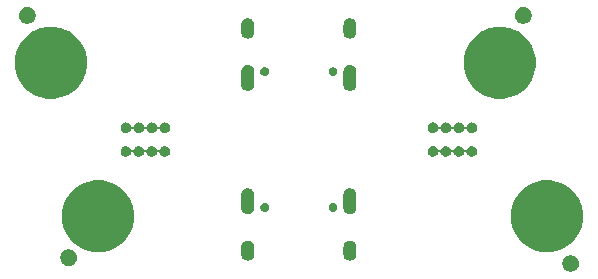
<source format=gbr>
G04 #@! TF.GenerationSoftware,KiCad,Pcbnew,(5.1.4)-1*
G04 #@! TF.CreationDate,2021-01-01T05:19:50-08:00*
G04 #@! TF.ProjectId,dboard,64626f61-7264-42e6-9b69-6361645f7063,rev?*
G04 #@! TF.SameCoordinates,Original*
G04 #@! TF.FileFunction,Soldermask,Top*
G04 #@! TF.FilePolarity,Negative*
%FSLAX46Y46*%
G04 Gerber Fmt 4.6, Leading zero omitted, Abs format (unit mm)*
G04 Created by KiCad (PCBNEW (5.1.4)-1) date 2021-01-01 05:19:50*
%MOMM*%
%LPD*%
G04 APERTURE LIST*
%ADD10C,0.100000*%
G04 APERTURE END LIST*
D10*
G36*
X23204473Y-21825938D02*
G01*
X23332049Y-21878782D01*
X23446859Y-21955495D01*
X23544505Y-22053141D01*
X23621218Y-22167951D01*
X23674062Y-22295527D01*
X23701000Y-22430956D01*
X23701000Y-22569044D01*
X23674062Y-22704473D01*
X23621218Y-22832049D01*
X23544505Y-22946859D01*
X23446859Y-23044505D01*
X23332049Y-23121218D01*
X23204473Y-23174062D01*
X23069044Y-23201000D01*
X22930956Y-23201000D01*
X22795527Y-23174062D01*
X22667951Y-23121218D01*
X22553141Y-23044505D01*
X22455495Y-22946859D01*
X22378782Y-22832049D01*
X22325938Y-22704473D01*
X22299000Y-22569044D01*
X22299000Y-22430956D01*
X22325938Y-22295527D01*
X22378782Y-22167951D01*
X22455495Y-22053141D01*
X22553141Y-21955495D01*
X22667951Y-21878782D01*
X22795527Y-21825938D01*
X22930956Y-21799000D01*
X23069044Y-21799000D01*
X23204473Y-21825938D01*
X23204473Y-21825938D01*
G37*
G36*
X-19295527Y-21325938D02*
G01*
X-19167951Y-21378782D01*
X-19053141Y-21455495D01*
X-18955495Y-21553141D01*
X-18878782Y-21667951D01*
X-18825938Y-21795527D01*
X-18799000Y-21930956D01*
X-18799000Y-22069044D01*
X-18825938Y-22204473D01*
X-18878782Y-22332049D01*
X-18955495Y-22446859D01*
X-19053141Y-22544505D01*
X-19167951Y-22621218D01*
X-19295527Y-22674062D01*
X-19430956Y-22701000D01*
X-19569044Y-22701000D01*
X-19704473Y-22674062D01*
X-19832049Y-22621218D01*
X-19946859Y-22544505D01*
X-20044505Y-22446859D01*
X-20121218Y-22332049D01*
X-20174062Y-22204473D01*
X-20201000Y-22069044D01*
X-20201000Y-21930956D01*
X-20174062Y-21795527D01*
X-20121218Y-21667951D01*
X-20044505Y-21553141D01*
X-19946859Y-21455495D01*
X-19832049Y-21378782D01*
X-19704473Y-21325938D01*
X-19569044Y-21299000D01*
X-19430956Y-21299000D01*
X-19295527Y-21325938D01*
X-19295527Y-21325938D01*
G37*
G36*
X-4211985Y-20556973D02*
G01*
X-4108121Y-20588479D01*
X-4080945Y-20603005D01*
X-4012400Y-20639643D01*
X-3928499Y-20708499D01*
X-3859643Y-20792400D01*
X-3831838Y-20844420D01*
X-3808479Y-20888121D01*
X-3776973Y-20991985D01*
X-3769000Y-21072933D01*
X-3769000Y-21727067D01*
X-3776973Y-21808015D01*
X-3808479Y-21911879D01*
X-3859644Y-22007600D01*
X-3928499Y-22091501D01*
X-3997355Y-22148009D01*
X-4012401Y-22160357D01*
X-4064093Y-22187987D01*
X-4108122Y-22211521D01*
X-4211986Y-22243027D01*
X-4320000Y-22253666D01*
X-4428015Y-22243027D01*
X-4531879Y-22211521D01*
X-4575907Y-22187987D01*
X-4627599Y-22160357D01*
X-4640357Y-22149887D01*
X-4711501Y-22091501D01*
X-4780356Y-22007600D01*
X-4831521Y-21911878D01*
X-4863027Y-21808014D01*
X-4871000Y-21727066D01*
X-4871000Y-21072933D01*
X-4863027Y-20991985D01*
X-4831520Y-20888121D01*
X-4808161Y-20844420D01*
X-4780355Y-20792399D01*
X-4711500Y-20708499D01*
X-4627599Y-20639643D01*
X-4559054Y-20603005D01*
X-4531878Y-20588479D01*
X-4428014Y-20556973D01*
X-4320000Y-20546334D01*
X-4211985Y-20556973D01*
X-4211985Y-20556973D01*
G37*
G36*
X4428015Y-20556973D02*
G01*
X4531879Y-20588479D01*
X4559055Y-20603005D01*
X4627600Y-20639643D01*
X4711501Y-20708499D01*
X4780357Y-20792400D01*
X4808162Y-20844420D01*
X4831521Y-20888121D01*
X4863027Y-20991985D01*
X4871000Y-21072933D01*
X4871000Y-21727067D01*
X4863027Y-21808015D01*
X4831521Y-21911879D01*
X4780356Y-22007600D01*
X4711501Y-22091501D01*
X4642645Y-22148009D01*
X4627599Y-22160357D01*
X4575907Y-22187987D01*
X4531878Y-22211521D01*
X4428014Y-22243027D01*
X4320000Y-22253666D01*
X4211985Y-22243027D01*
X4108121Y-22211521D01*
X4064093Y-22187987D01*
X4012401Y-22160357D01*
X3999643Y-22149887D01*
X3928499Y-22091501D01*
X3859644Y-22007600D01*
X3808479Y-21911878D01*
X3776973Y-21808014D01*
X3769000Y-21727066D01*
X3769000Y-21072933D01*
X3776973Y-20991985D01*
X3808480Y-20888121D01*
X3831839Y-20844420D01*
X3859645Y-20792399D01*
X3928500Y-20708499D01*
X4012401Y-20639643D01*
X4080946Y-20603005D01*
X4108122Y-20588479D01*
X4211986Y-20556973D01*
X4320000Y-20546334D01*
X4428015Y-20556973D01*
X4428015Y-20556973D01*
G37*
G36*
X21889943Y-15566248D02*
G01*
X22445189Y-15796238D01*
X22525179Y-15849686D01*
X22944899Y-16130134D01*
X23369866Y-16555101D01*
X23439974Y-16660025D01*
X23703762Y-17054811D01*
X23933752Y-17610057D01*
X24051000Y-18199501D01*
X24051000Y-18800499D01*
X23933752Y-19389943D01*
X23703762Y-19945189D01*
X23703761Y-19945190D01*
X23369866Y-20444899D01*
X22944899Y-20869866D01*
X22693347Y-21037948D01*
X22445189Y-21203762D01*
X21889943Y-21433752D01*
X21300499Y-21551000D01*
X20699501Y-21551000D01*
X20110057Y-21433752D01*
X19554811Y-21203762D01*
X19306653Y-21037948D01*
X19055101Y-20869866D01*
X18630134Y-20444899D01*
X18296239Y-19945190D01*
X18296238Y-19945189D01*
X18066248Y-19389943D01*
X17949000Y-18800499D01*
X17949000Y-18199501D01*
X18066248Y-17610057D01*
X18296238Y-17054811D01*
X18560026Y-16660025D01*
X18630134Y-16555101D01*
X19055101Y-16130134D01*
X19474821Y-15849686D01*
X19554811Y-15796238D01*
X20110057Y-15566248D01*
X20699501Y-15449000D01*
X21300499Y-15449000D01*
X21889943Y-15566248D01*
X21889943Y-15566248D01*
G37*
G36*
X-16110057Y-15566248D02*
G01*
X-15554811Y-15796238D01*
X-15474821Y-15849686D01*
X-15055101Y-16130134D01*
X-14630134Y-16555101D01*
X-14560026Y-16660025D01*
X-14296238Y-17054811D01*
X-14066248Y-17610057D01*
X-13949000Y-18199501D01*
X-13949000Y-18800499D01*
X-14066248Y-19389943D01*
X-14296238Y-19945189D01*
X-14296239Y-19945190D01*
X-14630134Y-20444899D01*
X-15055101Y-20869866D01*
X-15306653Y-21037948D01*
X-15554811Y-21203762D01*
X-16110057Y-21433752D01*
X-16699501Y-21551000D01*
X-17300499Y-21551000D01*
X-17889943Y-21433752D01*
X-18445189Y-21203762D01*
X-18693347Y-21037948D01*
X-18944899Y-20869866D01*
X-19369866Y-20444899D01*
X-19703761Y-19945190D01*
X-19703762Y-19945189D01*
X-19933752Y-19389943D01*
X-20051000Y-18800499D01*
X-20051000Y-18199501D01*
X-19933752Y-17610057D01*
X-19703762Y-17054811D01*
X-19439974Y-16660025D01*
X-19369866Y-16555101D01*
X-18944899Y-16130134D01*
X-18525179Y-15849686D01*
X-18445189Y-15796238D01*
X-17889943Y-15566248D01*
X-17300499Y-15449000D01*
X-16699501Y-15449000D01*
X-16110057Y-15566248D01*
X-16110057Y-15566248D01*
G37*
G36*
X4428015Y-16126973D02*
G01*
X4531879Y-16158479D01*
X4559055Y-16173005D01*
X4627600Y-16209643D01*
X4711501Y-16278499D01*
X4780357Y-16362400D01*
X4807739Y-16413629D01*
X4831521Y-16458121D01*
X4863027Y-16561985D01*
X4871000Y-16642933D01*
X4871000Y-17797067D01*
X4863027Y-17878015D01*
X4831521Y-17981879D01*
X4827348Y-17989686D01*
X4795644Y-18049000D01*
X4780356Y-18077600D01*
X4711501Y-18161501D01*
X4665197Y-18199501D01*
X4627599Y-18230357D01*
X4575907Y-18257987D01*
X4531878Y-18281521D01*
X4428014Y-18313027D01*
X4320000Y-18323666D01*
X4211985Y-18313027D01*
X4108121Y-18281521D01*
X4064093Y-18257987D01*
X4012401Y-18230357D01*
X3990647Y-18212504D01*
X3928499Y-18161501D01*
X3859644Y-18077600D01*
X3808479Y-17981878D01*
X3776973Y-17878014D01*
X3769000Y-17797066D01*
X3769001Y-16642933D01*
X3776974Y-16561985D01*
X3808480Y-16458121D01*
X3832262Y-16413629D01*
X3859644Y-16362400D01*
X3928500Y-16278499D01*
X4012401Y-16209643D01*
X4080946Y-16173005D01*
X4108122Y-16158479D01*
X4211986Y-16126973D01*
X4320000Y-16116334D01*
X4428015Y-16126973D01*
X4428015Y-16126973D01*
G37*
G36*
X-4211985Y-16126973D02*
G01*
X-4108121Y-16158479D01*
X-4080945Y-16173005D01*
X-4012400Y-16209643D01*
X-3928499Y-16278499D01*
X-3859643Y-16362400D01*
X-3832261Y-16413629D01*
X-3808479Y-16458121D01*
X-3776973Y-16561985D01*
X-3769000Y-16642933D01*
X-3769000Y-17797067D01*
X-3776973Y-17878015D01*
X-3808479Y-17981879D01*
X-3812652Y-17989686D01*
X-3844356Y-18049000D01*
X-3859644Y-18077600D01*
X-3928499Y-18161501D01*
X-3974803Y-18199501D01*
X-4012401Y-18230357D01*
X-4064093Y-18257987D01*
X-4108122Y-18281521D01*
X-4211986Y-18313027D01*
X-4320000Y-18323666D01*
X-4428015Y-18313027D01*
X-4531879Y-18281521D01*
X-4575907Y-18257987D01*
X-4627599Y-18230357D01*
X-4649353Y-18212504D01*
X-4711501Y-18161501D01*
X-4780356Y-18077600D01*
X-4831521Y-17981878D01*
X-4863027Y-17878014D01*
X-4871000Y-17797066D01*
X-4870999Y-16642933D01*
X-4863026Y-16561985D01*
X-4831520Y-16458121D01*
X-4807738Y-16413629D01*
X-4780356Y-16362400D01*
X-4711500Y-16278499D01*
X-4627599Y-16209643D01*
X-4559054Y-16173005D01*
X-4531878Y-16158479D01*
X-4428014Y-16126973D01*
X-4320000Y-16116334D01*
X-4211985Y-16126973D01*
X-4211985Y-16126973D01*
G37*
G36*
X2999672Y-17388449D02*
G01*
X2999674Y-17388450D01*
X2999675Y-17388450D01*
X3068103Y-17416793D01*
X3129686Y-17457942D01*
X3182058Y-17510314D01*
X3223207Y-17571897D01*
X3251550Y-17640325D01*
X3251551Y-17640328D01*
X3266000Y-17712966D01*
X3266000Y-17787034D01*
X3264006Y-17797060D01*
X3251550Y-17859675D01*
X3223207Y-17928103D01*
X3182058Y-17989686D01*
X3129686Y-18042058D01*
X3068103Y-18083207D01*
X2999675Y-18111550D01*
X2999674Y-18111550D01*
X2999672Y-18111551D01*
X2927034Y-18126000D01*
X2852966Y-18126000D01*
X2780328Y-18111551D01*
X2780326Y-18111550D01*
X2780325Y-18111550D01*
X2711897Y-18083207D01*
X2650314Y-18042058D01*
X2597942Y-17989686D01*
X2556793Y-17928103D01*
X2528450Y-17859675D01*
X2515995Y-17797060D01*
X2514000Y-17787034D01*
X2514000Y-17712966D01*
X2528449Y-17640328D01*
X2528450Y-17640325D01*
X2556793Y-17571897D01*
X2597942Y-17510314D01*
X2650314Y-17457942D01*
X2711897Y-17416793D01*
X2780325Y-17388450D01*
X2780326Y-17388450D01*
X2780328Y-17388449D01*
X2852966Y-17374000D01*
X2927034Y-17374000D01*
X2999672Y-17388449D01*
X2999672Y-17388449D01*
G37*
G36*
X-2780328Y-17388449D02*
G01*
X-2780326Y-17388450D01*
X-2780325Y-17388450D01*
X-2711897Y-17416793D01*
X-2650314Y-17457942D01*
X-2597942Y-17510314D01*
X-2556793Y-17571897D01*
X-2528450Y-17640325D01*
X-2528449Y-17640328D01*
X-2514000Y-17712966D01*
X-2514000Y-17787034D01*
X-2515994Y-17797060D01*
X-2528450Y-17859675D01*
X-2556793Y-17928103D01*
X-2597942Y-17989686D01*
X-2650314Y-18042058D01*
X-2711897Y-18083207D01*
X-2780325Y-18111550D01*
X-2780326Y-18111550D01*
X-2780328Y-18111551D01*
X-2852966Y-18126000D01*
X-2927034Y-18126000D01*
X-2999672Y-18111551D01*
X-2999674Y-18111550D01*
X-2999675Y-18111550D01*
X-3068103Y-18083207D01*
X-3129686Y-18042058D01*
X-3182058Y-17989686D01*
X-3223207Y-17928103D01*
X-3251550Y-17859675D01*
X-3264005Y-17797060D01*
X-3266000Y-17787034D01*
X-3266000Y-17712966D01*
X-3251551Y-17640328D01*
X-3251550Y-17640325D01*
X-3223207Y-17571897D01*
X-3182058Y-17510314D01*
X-3129686Y-17457942D01*
X-3068103Y-17416793D01*
X-2999675Y-17388450D01*
X-2999674Y-17388450D01*
X-2999672Y-17388449D01*
X-2927034Y-17374000D01*
X-2852966Y-17374000D01*
X-2780328Y-17388449D01*
X-2780328Y-17388449D01*
G37*
G36*
X11481552Y-12566331D02*
G01*
X11563627Y-12600328D01*
X11563629Y-12600329D01*
X11600813Y-12625175D01*
X11637495Y-12649685D01*
X11700315Y-12712505D01*
X11749672Y-12786373D01*
X11784516Y-12870493D01*
X11796067Y-12892104D01*
X11811613Y-12911046D01*
X11830555Y-12926591D01*
X11852165Y-12938142D01*
X11875614Y-12945255D01*
X11900000Y-12947657D01*
X11924386Y-12945255D01*
X11947835Y-12938142D01*
X11969446Y-12926591D01*
X11988388Y-12911045D01*
X12003933Y-12892103D01*
X12015484Y-12870493D01*
X12050328Y-12786373D01*
X12099685Y-12712505D01*
X12162505Y-12649685D01*
X12199187Y-12625175D01*
X12236371Y-12600329D01*
X12236373Y-12600328D01*
X12318448Y-12566331D01*
X12405579Y-12549000D01*
X12494421Y-12549000D01*
X12581552Y-12566331D01*
X12663627Y-12600328D01*
X12663629Y-12600329D01*
X12700813Y-12625175D01*
X12737495Y-12649685D01*
X12800315Y-12712505D01*
X12849672Y-12786373D01*
X12884516Y-12870493D01*
X12896067Y-12892104D01*
X12911613Y-12911046D01*
X12930555Y-12926591D01*
X12952165Y-12938142D01*
X12975614Y-12945255D01*
X13000000Y-12947657D01*
X13024386Y-12945255D01*
X13047835Y-12938142D01*
X13069446Y-12926591D01*
X13088388Y-12911045D01*
X13103933Y-12892103D01*
X13115484Y-12870493D01*
X13150328Y-12786373D01*
X13199685Y-12712505D01*
X13262505Y-12649685D01*
X13299187Y-12625175D01*
X13336371Y-12600329D01*
X13336373Y-12600328D01*
X13418448Y-12566331D01*
X13505579Y-12549000D01*
X13594421Y-12549000D01*
X13681552Y-12566331D01*
X13763627Y-12600328D01*
X13763629Y-12600329D01*
X13800813Y-12625175D01*
X13837495Y-12649685D01*
X13900315Y-12712505D01*
X13949672Y-12786373D01*
X13984516Y-12870493D01*
X13996067Y-12892104D01*
X14011613Y-12911046D01*
X14030555Y-12926591D01*
X14052165Y-12938142D01*
X14075614Y-12945255D01*
X14100000Y-12947657D01*
X14124386Y-12945255D01*
X14147835Y-12938142D01*
X14169446Y-12926591D01*
X14188388Y-12911045D01*
X14203933Y-12892103D01*
X14215484Y-12870493D01*
X14250328Y-12786373D01*
X14299685Y-12712505D01*
X14362505Y-12649685D01*
X14399187Y-12625175D01*
X14436371Y-12600329D01*
X14436373Y-12600328D01*
X14518448Y-12566331D01*
X14605579Y-12549000D01*
X14694421Y-12549000D01*
X14781552Y-12566331D01*
X14863627Y-12600328D01*
X14863629Y-12600329D01*
X14900813Y-12625175D01*
X14937495Y-12649685D01*
X15000315Y-12712505D01*
X15049672Y-12786373D01*
X15083669Y-12868448D01*
X15101000Y-12955579D01*
X15101000Y-13044421D01*
X15083669Y-13131552D01*
X15049672Y-13213627D01*
X15049671Y-13213629D01*
X15000314Y-13287496D01*
X14937496Y-13350314D01*
X14863629Y-13399671D01*
X14863628Y-13399672D01*
X14863627Y-13399672D01*
X14781552Y-13433669D01*
X14694421Y-13451000D01*
X14605579Y-13451000D01*
X14518448Y-13433669D01*
X14436373Y-13399672D01*
X14436372Y-13399672D01*
X14436371Y-13399671D01*
X14362504Y-13350314D01*
X14299686Y-13287496D01*
X14250329Y-13213629D01*
X14250328Y-13213627D01*
X14215484Y-13129507D01*
X14203933Y-13107896D01*
X14188387Y-13088954D01*
X14169445Y-13073409D01*
X14147835Y-13061858D01*
X14124386Y-13054745D01*
X14100000Y-13052343D01*
X14075614Y-13054745D01*
X14052165Y-13061858D01*
X14030554Y-13073409D01*
X14011612Y-13088955D01*
X13996067Y-13107897D01*
X13984516Y-13129507D01*
X13949672Y-13213627D01*
X13949671Y-13213629D01*
X13900314Y-13287496D01*
X13837496Y-13350314D01*
X13763629Y-13399671D01*
X13763628Y-13399672D01*
X13763627Y-13399672D01*
X13681552Y-13433669D01*
X13594421Y-13451000D01*
X13505579Y-13451000D01*
X13418448Y-13433669D01*
X13336373Y-13399672D01*
X13336372Y-13399672D01*
X13336371Y-13399671D01*
X13262504Y-13350314D01*
X13199686Y-13287496D01*
X13150329Y-13213629D01*
X13150328Y-13213627D01*
X13115484Y-13129507D01*
X13103933Y-13107896D01*
X13088387Y-13088954D01*
X13069445Y-13073409D01*
X13047835Y-13061858D01*
X13024386Y-13054745D01*
X13000000Y-13052343D01*
X12975614Y-13054745D01*
X12952165Y-13061858D01*
X12930554Y-13073409D01*
X12911612Y-13088955D01*
X12896067Y-13107897D01*
X12884516Y-13129507D01*
X12849672Y-13213627D01*
X12849671Y-13213629D01*
X12800314Y-13287496D01*
X12737496Y-13350314D01*
X12663629Y-13399671D01*
X12663628Y-13399672D01*
X12663627Y-13399672D01*
X12581552Y-13433669D01*
X12494421Y-13451000D01*
X12405579Y-13451000D01*
X12318448Y-13433669D01*
X12236373Y-13399672D01*
X12236372Y-13399672D01*
X12236371Y-13399671D01*
X12162504Y-13350314D01*
X12099686Y-13287496D01*
X12050329Y-13213629D01*
X12050328Y-13213627D01*
X12015484Y-13129507D01*
X12003933Y-13107896D01*
X11988387Y-13088954D01*
X11969445Y-13073409D01*
X11947835Y-13061858D01*
X11924386Y-13054745D01*
X11900000Y-13052343D01*
X11875614Y-13054745D01*
X11852165Y-13061858D01*
X11830554Y-13073409D01*
X11811612Y-13088955D01*
X11796067Y-13107897D01*
X11784516Y-13129507D01*
X11749672Y-13213627D01*
X11749671Y-13213629D01*
X11700314Y-13287496D01*
X11637496Y-13350314D01*
X11563629Y-13399671D01*
X11563628Y-13399672D01*
X11563627Y-13399672D01*
X11481552Y-13433669D01*
X11394421Y-13451000D01*
X11305579Y-13451000D01*
X11218448Y-13433669D01*
X11136373Y-13399672D01*
X11136372Y-13399672D01*
X11136371Y-13399671D01*
X11062504Y-13350314D01*
X10999686Y-13287496D01*
X10950329Y-13213629D01*
X10950328Y-13213627D01*
X10916331Y-13131552D01*
X10899000Y-13044421D01*
X10899000Y-12955579D01*
X10916331Y-12868448D01*
X10950328Y-12786373D01*
X10999685Y-12712505D01*
X11062505Y-12649685D01*
X11099187Y-12625175D01*
X11136371Y-12600329D01*
X11136373Y-12600328D01*
X11218448Y-12566331D01*
X11305579Y-12549000D01*
X11394421Y-12549000D01*
X11481552Y-12566331D01*
X11481552Y-12566331D01*
G37*
G36*
X-14518448Y-12566331D02*
G01*
X-14436373Y-12600328D01*
X-14436371Y-12600329D01*
X-14399187Y-12625175D01*
X-14362505Y-12649685D01*
X-14299685Y-12712505D01*
X-14250328Y-12786373D01*
X-14215484Y-12870493D01*
X-14203933Y-12892104D01*
X-14188387Y-12911046D01*
X-14169445Y-12926591D01*
X-14147835Y-12938142D01*
X-14124386Y-12945255D01*
X-14100000Y-12947657D01*
X-14075614Y-12945255D01*
X-14052165Y-12938142D01*
X-14030554Y-12926591D01*
X-14011612Y-12911045D01*
X-13996067Y-12892103D01*
X-13984516Y-12870493D01*
X-13949672Y-12786373D01*
X-13900315Y-12712505D01*
X-13837495Y-12649685D01*
X-13800813Y-12625175D01*
X-13763629Y-12600329D01*
X-13763627Y-12600328D01*
X-13681552Y-12566331D01*
X-13594421Y-12549000D01*
X-13505579Y-12549000D01*
X-13418448Y-12566331D01*
X-13336373Y-12600328D01*
X-13336371Y-12600329D01*
X-13299187Y-12625175D01*
X-13262505Y-12649685D01*
X-13199685Y-12712505D01*
X-13150328Y-12786373D01*
X-13115484Y-12870493D01*
X-13103933Y-12892104D01*
X-13088387Y-12911046D01*
X-13069445Y-12926591D01*
X-13047835Y-12938142D01*
X-13024386Y-12945255D01*
X-13000000Y-12947657D01*
X-12975614Y-12945255D01*
X-12952165Y-12938142D01*
X-12930554Y-12926591D01*
X-12911612Y-12911045D01*
X-12896067Y-12892103D01*
X-12884516Y-12870493D01*
X-12849672Y-12786373D01*
X-12800315Y-12712505D01*
X-12737495Y-12649685D01*
X-12700813Y-12625175D01*
X-12663629Y-12600329D01*
X-12663627Y-12600328D01*
X-12581552Y-12566331D01*
X-12494421Y-12549000D01*
X-12405579Y-12549000D01*
X-12318448Y-12566331D01*
X-12236373Y-12600328D01*
X-12236371Y-12600329D01*
X-12199187Y-12625175D01*
X-12162505Y-12649685D01*
X-12099685Y-12712505D01*
X-12050328Y-12786373D01*
X-12015484Y-12870493D01*
X-12003933Y-12892104D01*
X-11988387Y-12911046D01*
X-11969445Y-12926591D01*
X-11947835Y-12938142D01*
X-11924386Y-12945255D01*
X-11900000Y-12947657D01*
X-11875614Y-12945255D01*
X-11852165Y-12938142D01*
X-11830554Y-12926591D01*
X-11811612Y-12911045D01*
X-11796067Y-12892103D01*
X-11784516Y-12870493D01*
X-11749672Y-12786373D01*
X-11700315Y-12712505D01*
X-11637495Y-12649685D01*
X-11600813Y-12625175D01*
X-11563629Y-12600329D01*
X-11563627Y-12600328D01*
X-11481552Y-12566331D01*
X-11394421Y-12549000D01*
X-11305579Y-12549000D01*
X-11218448Y-12566331D01*
X-11136373Y-12600328D01*
X-11136371Y-12600329D01*
X-11099187Y-12625175D01*
X-11062505Y-12649685D01*
X-10999685Y-12712505D01*
X-10950328Y-12786373D01*
X-10916331Y-12868448D01*
X-10899000Y-12955579D01*
X-10899000Y-13044421D01*
X-10916331Y-13131552D01*
X-10950328Y-13213627D01*
X-10950329Y-13213629D01*
X-10999686Y-13287496D01*
X-11062504Y-13350314D01*
X-11136371Y-13399671D01*
X-11136372Y-13399672D01*
X-11136373Y-13399672D01*
X-11218448Y-13433669D01*
X-11305579Y-13451000D01*
X-11394421Y-13451000D01*
X-11481552Y-13433669D01*
X-11563627Y-13399672D01*
X-11563628Y-13399672D01*
X-11563629Y-13399671D01*
X-11637496Y-13350314D01*
X-11700314Y-13287496D01*
X-11749671Y-13213629D01*
X-11749672Y-13213627D01*
X-11784516Y-13129507D01*
X-11796067Y-13107896D01*
X-11811613Y-13088954D01*
X-11830555Y-13073409D01*
X-11852165Y-13061858D01*
X-11875614Y-13054745D01*
X-11900000Y-13052343D01*
X-11924386Y-13054745D01*
X-11947835Y-13061858D01*
X-11969446Y-13073409D01*
X-11988388Y-13088955D01*
X-12003933Y-13107897D01*
X-12015484Y-13129507D01*
X-12050328Y-13213627D01*
X-12050329Y-13213629D01*
X-12099686Y-13287496D01*
X-12162504Y-13350314D01*
X-12236371Y-13399671D01*
X-12236372Y-13399672D01*
X-12236373Y-13399672D01*
X-12318448Y-13433669D01*
X-12405579Y-13451000D01*
X-12494421Y-13451000D01*
X-12581552Y-13433669D01*
X-12663627Y-13399672D01*
X-12663628Y-13399672D01*
X-12663629Y-13399671D01*
X-12737496Y-13350314D01*
X-12800314Y-13287496D01*
X-12849671Y-13213629D01*
X-12849672Y-13213627D01*
X-12884516Y-13129507D01*
X-12896067Y-13107896D01*
X-12911613Y-13088954D01*
X-12930555Y-13073409D01*
X-12952165Y-13061858D01*
X-12975614Y-13054745D01*
X-13000000Y-13052343D01*
X-13024386Y-13054745D01*
X-13047835Y-13061858D01*
X-13069446Y-13073409D01*
X-13088388Y-13088955D01*
X-13103933Y-13107897D01*
X-13115484Y-13129507D01*
X-13150328Y-13213627D01*
X-13150329Y-13213629D01*
X-13199686Y-13287496D01*
X-13262504Y-13350314D01*
X-13336371Y-13399671D01*
X-13336372Y-13399672D01*
X-13336373Y-13399672D01*
X-13418448Y-13433669D01*
X-13505579Y-13451000D01*
X-13594421Y-13451000D01*
X-13681552Y-13433669D01*
X-13763627Y-13399672D01*
X-13763628Y-13399672D01*
X-13763629Y-13399671D01*
X-13837496Y-13350314D01*
X-13900314Y-13287496D01*
X-13949671Y-13213629D01*
X-13949672Y-13213627D01*
X-13984516Y-13129507D01*
X-13996067Y-13107896D01*
X-14011613Y-13088954D01*
X-14030555Y-13073409D01*
X-14052165Y-13061858D01*
X-14075614Y-13054745D01*
X-14100000Y-13052343D01*
X-14124386Y-13054745D01*
X-14147835Y-13061858D01*
X-14169446Y-13073409D01*
X-14188388Y-13088955D01*
X-14203933Y-13107897D01*
X-14215484Y-13129507D01*
X-14250328Y-13213627D01*
X-14250329Y-13213629D01*
X-14299686Y-13287496D01*
X-14362504Y-13350314D01*
X-14436371Y-13399671D01*
X-14436372Y-13399672D01*
X-14436373Y-13399672D01*
X-14518448Y-13433669D01*
X-14605579Y-13451000D01*
X-14694421Y-13451000D01*
X-14781552Y-13433669D01*
X-14863627Y-13399672D01*
X-14863628Y-13399672D01*
X-14863629Y-13399671D01*
X-14937496Y-13350314D01*
X-15000314Y-13287496D01*
X-15049671Y-13213629D01*
X-15049672Y-13213627D01*
X-15083669Y-13131552D01*
X-15101000Y-13044421D01*
X-15101000Y-12955579D01*
X-15083669Y-12868448D01*
X-15049672Y-12786373D01*
X-15000315Y-12712505D01*
X-14937495Y-12649685D01*
X-14900813Y-12625175D01*
X-14863629Y-12600329D01*
X-14863627Y-12600328D01*
X-14781552Y-12566331D01*
X-14694421Y-12549000D01*
X-14605579Y-12549000D01*
X-14518448Y-12566331D01*
X-14518448Y-12566331D01*
G37*
G36*
X-14518448Y-10566331D02*
G01*
X-14436373Y-10600328D01*
X-14436371Y-10600329D01*
X-14399187Y-10625175D01*
X-14362505Y-10649685D01*
X-14299685Y-10712505D01*
X-14250328Y-10786373D01*
X-14215484Y-10870493D01*
X-14203933Y-10892104D01*
X-14188387Y-10911046D01*
X-14169445Y-10926591D01*
X-14147835Y-10938142D01*
X-14124386Y-10945255D01*
X-14100000Y-10947657D01*
X-14075614Y-10945255D01*
X-14052165Y-10938142D01*
X-14030554Y-10926591D01*
X-14011612Y-10911045D01*
X-13996067Y-10892103D01*
X-13984516Y-10870493D01*
X-13949672Y-10786373D01*
X-13900315Y-10712505D01*
X-13837495Y-10649685D01*
X-13800813Y-10625175D01*
X-13763629Y-10600329D01*
X-13763627Y-10600328D01*
X-13681552Y-10566331D01*
X-13594421Y-10549000D01*
X-13505579Y-10549000D01*
X-13418448Y-10566331D01*
X-13336373Y-10600328D01*
X-13336371Y-10600329D01*
X-13299187Y-10625175D01*
X-13262505Y-10649685D01*
X-13199685Y-10712505D01*
X-13150328Y-10786373D01*
X-13115484Y-10870493D01*
X-13103933Y-10892104D01*
X-13088387Y-10911046D01*
X-13069445Y-10926591D01*
X-13047835Y-10938142D01*
X-13024386Y-10945255D01*
X-13000000Y-10947657D01*
X-12975614Y-10945255D01*
X-12952165Y-10938142D01*
X-12930554Y-10926591D01*
X-12911612Y-10911045D01*
X-12896067Y-10892103D01*
X-12884516Y-10870493D01*
X-12849672Y-10786373D01*
X-12800315Y-10712505D01*
X-12737495Y-10649685D01*
X-12700813Y-10625175D01*
X-12663629Y-10600329D01*
X-12663627Y-10600328D01*
X-12581552Y-10566331D01*
X-12494421Y-10549000D01*
X-12405579Y-10549000D01*
X-12318448Y-10566331D01*
X-12236373Y-10600328D01*
X-12236371Y-10600329D01*
X-12199187Y-10625175D01*
X-12162505Y-10649685D01*
X-12099685Y-10712505D01*
X-12050328Y-10786373D01*
X-12015484Y-10870493D01*
X-12003933Y-10892104D01*
X-11988387Y-10911046D01*
X-11969445Y-10926591D01*
X-11947835Y-10938142D01*
X-11924386Y-10945255D01*
X-11900000Y-10947657D01*
X-11875614Y-10945255D01*
X-11852165Y-10938142D01*
X-11830554Y-10926591D01*
X-11811612Y-10911045D01*
X-11796067Y-10892103D01*
X-11784516Y-10870493D01*
X-11749672Y-10786373D01*
X-11700315Y-10712505D01*
X-11637495Y-10649685D01*
X-11600813Y-10625175D01*
X-11563629Y-10600329D01*
X-11563627Y-10600328D01*
X-11481552Y-10566331D01*
X-11394421Y-10549000D01*
X-11305579Y-10549000D01*
X-11218448Y-10566331D01*
X-11136373Y-10600328D01*
X-11136371Y-10600329D01*
X-11099187Y-10625175D01*
X-11062505Y-10649685D01*
X-10999685Y-10712505D01*
X-10950328Y-10786373D01*
X-10916331Y-10868448D01*
X-10899000Y-10955579D01*
X-10899000Y-11044421D01*
X-10916331Y-11131552D01*
X-10950328Y-11213627D01*
X-10950329Y-11213629D01*
X-10999686Y-11287496D01*
X-11062504Y-11350314D01*
X-11136371Y-11399671D01*
X-11136372Y-11399672D01*
X-11136373Y-11399672D01*
X-11218448Y-11433669D01*
X-11305579Y-11451000D01*
X-11394421Y-11451000D01*
X-11481552Y-11433669D01*
X-11563627Y-11399672D01*
X-11563628Y-11399672D01*
X-11563629Y-11399671D01*
X-11637496Y-11350314D01*
X-11700314Y-11287496D01*
X-11749671Y-11213629D01*
X-11749672Y-11213627D01*
X-11784516Y-11129507D01*
X-11796067Y-11107896D01*
X-11811613Y-11088954D01*
X-11830555Y-11073409D01*
X-11852165Y-11061858D01*
X-11875614Y-11054745D01*
X-11900000Y-11052343D01*
X-11924386Y-11054745D01*
X-11947835Y-11061858D01*
X-11969446Y-11073409D01*
X-11988388Y-11088955D01*
X-12003933Y-11107897D01*
X-12015484Y-11129507D01*
X-12050328Y-11213627D01*
X-12050329Y-11213629D01*
X-12099686Y-11287496D01*
X-12162504Y-11350314D01*
X-12236371Y-11399671D01*
X-12236372Y-11399672D01*
X-12236373Y-11399672D01*
X-12318448Y-11433669D01*
X-12405579Y-11451000D01*
X-12494421Y-11451000D01*
X-12581552Y-11433669D01*
X-12663627Y-11399672D01*
X-12663628Y-11399672D01*
X-12663629Y-11399671D01*
X-12737496Y-11350314D01*
X-12800314Y-11287496D01*
X-12849671Y-11213629D01*
X-12849672Y-11213627D01*
X-12884516Y-11129507D01*
X-12896067Y-11107896D01*
X-12911613Y-11088954D01*
X-12930555Y-11073409D01*
X-12952165Y-11061858D01*
X-12975614Y-11054745D01*
X-13000000Y-11052343D01*
X-13024386Y-11054745D01*
X-13047835Y-11061858D01*
X-13069446Y-11073409D01*
X-13088388Y-11088955D01*
X-13103933Y-11107897D01*
X-13115484Y-11129507D01*
X-13150328Y-11213627D01*
X-13150329Y-11213629D01*
X-13199686Y-11287496D01*
X-13262504Y-11350314D01*
X-13336371Y-11399671D01*
X-13336372Y-11399672D01*
X-13336373Y-11399672D01*
X-13418448Y-11433669D01*
X-13505579Y-11451000D01*
X-13594421Y-11451000D01*
X-13681552Y-11433669D01*
X-13763627Y-11399672D01*
X-13763628Y-11399672D01*
X-13763629Y-11399671D01*
X-13837496Y-11350314D01*
X-13900314Y-11287496D01*
X-13949671Y-11213629D01*
X-13949672Y-11213627D01*
X-13984516Y-11129507D01*
X-13996067Y-11107896D01*
X-14011613Y-11088954D01*
X-14030555Y-11073409D01*
X-14052165Y-11061858D01*
X-14075614Y-11054745D01*
X-14100000Y-11052343D01*
X-14124386Y-11054745D01*
X-14147835Y-11061858D01*
X-14169446Y-11073409D01*
X-14188388Y-11088955D01*
X-14203933Y-11107897D01*
X-14215484Y-11129507D01*
X-14250328Y-11213627D01*
X-14250329Y-11213629D01*
X-14299686Y-11287496D01*
X-14362504Y-11350314D01*
X-14436371Y-11399671D01*
X-14436372Y-11399672D01*
X-14436373Y-11399672D01*
X-14518448Y-11433669D01*
X-14605579Y-11451000D01*
X-14694421Y-11451000D01*
X-14781552Y-11433669D01*
X-14863627Y-11399672D01*
X-14863628Y-11399672D01*
X-14863629Y-11399671D01*
X-14937496Y-11350314D01*
X-15000314Y-11287496D01*
X-15049671Y-11213629D01*
X-15049672Y-11213627D01*
X-15083669Y-11131552D01*
X-15101000Y-11044421D01*
X-15101000Y-10955579D01*
X-15083669Y-10868448D01*
X-15049672Y-10786373D01*
X-15000315Y-10712505D01*
X-14937495Y-10649685D01*
X-14900813Y-10625175D01*
X-14863629Y-10600329D01*
X-14863627Y-10600328D01*
X-14781552Y-10566331D01*
X-14694421Y-10549000D01*
X-14605579Y-10549000D01*
X-14518448Y-10566331D01*
X-14518448Y-10566331D01*
G37*
G36*
X11481552Y-10566331D02*
G01*
X11563627Y-10600328D01*
X11563629Y-10600329D01*
X11600813Y-10625175D01*
X11637495Y-10649685D01*
X11700315Y-10712505D01*
X11749672Y-10786373D01*
X11784516Y-10870493D01*
X11796067Y-10892104D01*
X11811613Y-10911046D01*
X11830555Y-10926591D01*
X11852165Y-10938142D01*
X11875614Y-10945255D01*
X11900000Y-10947657D01*
X11924386Y-10945255D01*
X11947835Y-10938142D01*
X11969446Y-10926591D01*
X11988388Y-10911045D01*
X12003933Y-10892103D01*
X12015484Y-10870493D01*
X12050328Y-10786373D01*
X12099685Y-10712505D01*
X12162505Y-10649685D01*
X12199187Y-10625175D01*
X12236371Y-10600329D01*
X12236373Y-10600328D01*
X12318448Y-10566331D01*
X12405579Y-10549000D01*
X12494421Y-10549000D01*
X12581552Y-10566331D01*
X12663627Y-10600328D01*
X12663629Y-10600329D01*
X12700813Y-10625175D01*
X12737495Y-10649685D01*
X12800315Y-10712505D01*
X12849672Y-10786373D01*
X12884516Y-10870493D01*
X12896067Y-10892104D01*
X12911613Y-10911046D01*
X12930555Y-10926591D01*
X12952165Y-10938142D01*
X12975614Y-10945255D01*
X13000000Y-10947657D01*
X13024386Y-10945255D01*
X13047835Y-10938142D01*
X13069446Y-10926591D01*
X13088388Y-10911045D01*
X13103933Y-10892103D01*
X13115484Y-10870493D01*
X13150328Y-10786373D01*
X13199685Y-10712505D01*
X13262505Y-10649685D01*
X13299187Y-10625175D01*
X13336371Y-10600329D01*
X13336373Y-10600328D01*
X13418448Y-10566331D01*
X13505579Y-10549000D01*
X13594421Y-10549000D01*
X13681552Y-10566331D01*
X13763627Y-10600328D01*
X13763629Y-10600329D01*
X13800813Y-10625175D01*
X13837495Y-10649685D01*
X13900315Y-10712505D01*
X13949672Y-10786373D01*
X13984516Y-10870493D01*
X13996067Y-10892104D01*
X14011613Y-10911046D01*
X14030555Y-10926591D01*
X14052165Y-10938142D01*
X14075614Y-10945255D01*
X14100000Y-10947657D01*
X14124386Y-10945255D01*
X14147835Y-10938142D01*
X14169446Y-10926591D01*
X14188388Y-10911045D01*
X14203933Y-10892103D01*
X14215484Y-10870493D01*
X14250328Y-10786373D01*
X14299685Y-10712505D01*
X14362505Y-10649685D01*
X14399187Y-10625175D01*
X14436371Y-10600329D01*
X14436373Y-10600328D01*
X14518448Y-10566331D01*
X14605579Y-10549000D01*
X14694421Y-10549000D01*
X14781552Y-10566331D01*
X14863627Y-10600328D01*
X14863629Y-10600329D01*
X14900813Y-10625175D01*
X14937495Y-10649685D01*
X15000315Y-10712505D01*
X15049672Y-10786373D01*
X15083669Y-10868448D01*
X15101000Y-10955579D01*
X15101000Y-11044421D01*
X15083669Y-11131552D01*
X15049672Y-11213627D01*
X15049671Y-11213629D01*
X15000314Y-11287496D01*
X14937496Y-11350314D01*
X14863629Y-11399671D01*
X14863628Y-11399672D01*
X14863627Y-11399672D01*
X14781552Y-11433669D01*
X14694421Y-11451000D01*
X14605579Y-11451000D01*
X14518448Y-11433669D01*
X14436373Y-11399672D01*
X14436372Y-11399672D01*
X14436371Y-11399671D01*
X14362504Y-11350314D01*
X14299686Y-11287496D01*
X14250329Y-11213629D01*
X14250328Y-11213627D01*
X14215484Y-11129507D01*
X14203933Y-11107896D01*
X14188387Y-11088954D01*
X14169445Y-11073409D01*
X14147835Y-11061858D01*
X14124386Y-11054745D01*
X14100000Y-11052343D01*
X14075614Y-11054745D01*
X14052165Y-11061858D01*
X14030554Y-11073409D01*
X14011612Y-11088955D01*
X13996067Y-11107897D01*
X13984516Y-11129507D01*
X13949672Y-11213627D01*
X13949671Y-11213629D01*
X13900314Y-11287496D01*
X13837496Y-11350314D01*
X13763629Y-11399671D01*
X13763628Y-11399672D01*
X13763627Y-11399672D01*
X13681552Y-11433669D01*
X13594421Y-11451000D01*
X13505579Y-11451000D01*
X13418448Y-11433669D01*
X13336373Y-11399672D01*
X13336372Y-11399672D01*
X13336371Y-11399671D01*
X13262504Y-11350314D01*
X13199686Y-11287496D01*
X13150329Y-11213629D01*
X13150328Y-11213627D01*
X13115484Y-11129507D01*
X13103933Y-11107896D01*
X13088387Y-11088954D01*
X13069445Y-11073409D01*
X13047835Y-11061858D01*
X13024386Y-11054745D01*
X13000000Y-11052343D01*
X12975614Y-11054745D01*
X12952165Y-11061858D01*
X12930554Y-11073409D01*
X12911612Y-11088955D01*
X12896067Y-11107897D01*
X12884516Y-11129507D01*
X12849672Y-11213627D01*
X12849671Y-11213629D01*
X12800314Y-11287496D01*
X12737496Y-11350314D01*
X12663629Y-11399671D01*
X12663628Y-11399672D01*
X12663627Y-11399672D01*
X12581552Y-11433669D01*
X12494421Y-11451000D01*
X12405579Y-11451000D01*
X12318448Y-11433669D01*
X12236373Y-11399672D01*
X12236372Y-11399672D01*
X12236371Y-11399671D01*
X12162504Y-11350314D01*
X12099686Y-11287496D01*
X12050329Y-11213629D01*
X12050328Y-11213627D01*
X12015484Y-11129507D01*
X12003933Y-11107896D01*
X11988387Y-11088954D01*
X11969445Y-11073409D01*
X11947835Y-11061858D01*
X11924386Y-11054745D01*
X11900000Y-11052343D01*
X11875614Y-11054745D01*
X11852165Y-11061858D01*
X11830554Y-11073409D01*
X11811612Y-11088955D01*
X11796067Y-11107897D01*
X11784516Y-11129507D01*
X11749672Y-11213627D01*
X11749671Y-11213629D01*
X11700314Y-11287496D01*
X11637496Y-11350314D01*
X11563629Y-11399671D01*
X11563628Y-11399672D01*
X11563627Y-11399672D01*
X11481552Y-11433669D01*
X11394421Y-11451000D01*
X11305579Y-11451000D01*
X11218448Y-11433669D01*
X11136373Y-11399672D01*
X11136372Y-11399672D01*
X11136371Y-11399671D01*
X11062504Y-11350314D01*
X10999686Y-11287496D01*
X10950329Y-11213629D01*
X10950328Y-11213627D01*
X10916331Y-11131552D01*
X10899000Y-11044421D01*
X10899000Y-10955579D01*
X10916331Y-10868448D01*
X10950328Y-10786373D01*
X10999685Y-10712505D01*
X11062505Y-10649685D01*
X11099187Y-10625175D01*
X11136371Y-10600329D01*
X11136373Y-10600328D01*
X11218448Y-10566331D01*
X11305579Y-10549000D01*
X11394421Y-10549000D01*
X11481552Y-10566331D01*
X11481552Y-10566331D01*
G37*
G36*
X-20110057Y-2566248D02*
G01*
X-19554811Y-2796238D01*
X-19474821Y-2849686D01*
X-19055101Y-3130134D01*
X-18630134Y-3555101D01*
X-18560026Y-3660025D01*
X-18296238Y-4054811D01*
X-18066248Y-4610057D01*
X-17949000Y-5199501D01*
X-17949000Y-5800499D01*
X-18066248Y-6389943D01*
X-18296238Y-6945189D01*
X-18296239Y-6945190D01*
X-18630134Y-7444899D01*
X-19055101Y-7869866D01*
X-19306653Y-8037948D01*
X-19554811Y-8203762D01*
X-20110057Y-8433752D01*
X-20699501Y-8551000D01*
X-21300499Y-8551000D01*
X-21889943Y-8433752D01*
X-22445189Y-8203762D01*
X-22693347Y-8037948D01*
X-22944899Y-7869866D01*
X-23369866Y-7444899D01*
X-23703761Y-6945190D01*
X-23703762Y-6945189D01*
X-23933752Y-6389943D01*
X-24051000Y-5800499D01*
X-24051000Y-5199501D01*
X-23933752Y-4610057D01*
X-23703762Y-4054811D01*
X-23439974Y-3660025D01*
X-23369866Y-3555101D01*
X-22944899Y-3130134D01*
X-22525179Y-2849686D01*
X-22445189Y-2796238D01*
X-21889943Y-2566248D01*
X-21300499Y-2449000D01*
X-20699501Y-2449000D01*
X-20110057Y-2566248D01*
X-20110057Y-2566248D01*
G37*
G36*
X17889943Y-2566248D02*
G01*
X18445189Y-2796238D01*
X18525179Y-2849686D01*
X18944899Y-3130134D01*
X19369866Y-3555101D01*
X19439974Y-3660025D01*
X19703762Y-4054811D01*
X19933752Y-4610057D01*
X20051000Y-5199501D01*
X20051000Y-5800499D01*
X19933752Y-6389943D01*
X19703762Y-6945189D01*
X19703761Y-6945190D01*
X19369866Y-7444899D01*
X18944899Y-7869866D01*
X18693347Y-8037948D01*
X18445189Y-8203762D01*
X17889943Y-8433752D01*
X17300499Y-8551000D01*
X16699501Y-8551000D01*
X16110057Y-8433752D01*
X15554811Y-8203762D01*
X15306653Y-8037948D01*
X15055101Y-7869866D01*
X14630134Y-7444899D01*
X14296239Y-6945190D01*
X14296238Y-6945189D01*
X14066248Y-6389943D01*
X13949000Y-5800499D01*
X13949000Y-5199501D01*
X14066248Y-4610057D01*
X14296238Y-4054811D01*
X14560026Y-3660025D01*
X14630134Y-3555101D01*
X15055101Y-3130134D01*
X15474821Y-2849686D01*
X15554811Y-2796238D01*
X16110057Y-2566248D01*
X16699501Y-2449000D01*
X17300499Y-2449000D01*
X17889943Y-2566248D01*
X17889943Y-2566248D01*
G37*
G36*
X-4211986Y-5686973D02*
G01*
X-4108122Y-5718479D01*
X-4064093Y-5742013D01*
X-4012401Y-5769643D01*
X-4012399Y-5769644D01*
X-4012400Y-5769644D01*
X-3928499Y-5838499D01*
X-3887507Y-5888449D01*
X-3859643Y-5922401D01*
X-3840646Y-5957942D01*
X-3808479Y-6018121D01*
X-3776973Y-6121985D01*
X-3769000Y-6202933D01*
X-3769000Y-7357067D01*
X-3776973Y-7438015D01*
X-3808479Y-7541879D01*
X-3808481Y-7541882D01*
X-3859643Y-7637600D01*
X-3928499Y-7721501D01*
X-4012400Y-7790357D01*
X-4080945Y-7826995D01*
X-4108121Y-7841521D01*
X-4211985Y-7873027D01*
X-4320000Y-7883666D01*
X-4428014Y-7873027D01*
X-4531878Y-7841521D01*
X-4559054Y-7826995D01*
X-4627599Y-7790357D01*
X-4711500Y-7721501D01*
X-4780356Y-7637600D01*
X-4831518Y-7541882D01*
X-4831520Y-7541879D01*
X-4863026Y-7438015D01*
X-4870999Y-7357067D01*
X-4871000Y-6202934D01*
X-4863027Y-6121986D01*
X-4831521Y-6018122D01*
X-4780356Y-5922400D01*
X-4711501Y-5838499D01*
X-4627600Y-5769644D01*
X-4627601Y-5769644D01*
X-4627599Y-5769643D01*
X-4575907Y-5742013D01*
X-4531879Y-5718479D01*
X-4428015Y-5686973D01*
X-4320000Y-5676334D01*
X-4211986Y-5686973D01*
X-4211986Y-5686973D01*
G37*
G36*
X4428014Y-5686973D02*
G01*
X4531878Y-5718479D01*
X4575907Y-5742013D01*
X4627599Y-5769643D01*
X4627601Y-5769644D01*
X4627600Y-5769644D01*
X4711501Y-5838499D01*
X4752493Y-5888449D01*
X4780357Y-5922401D01*
X4799354Y-5957942D01*
X4831521Y-6018121D01*
X4863027Y-6121985D01*
X4871000Y-6202933D01*
X4871000Y-7357067D01*
X4863027Y-7438015D01*
X4831521Y-7541879D01*
X4831519Y-7541882D01*
X4780357Y-7637600D01*
X4711501Y-7721501D01*
X4627600Y-7790357D01*
X4559055Y-7826995D01*
X4531879Y-7841521D01*
X4428015Y-7873027D01*
X4320000Y-7883666D01*
X4211986Y-7873027D01*
X4108122Y-7841521D01*
X4080946Y-7826995D01*
X4012401Y-7790357D01*
X3928500Y-7721501D01*
X3859644Y-7637600D01*
X3808482Y-7541882D01*
X3808480Y-7541879D01*
X3776974Y-7438015D01*
X3769001Y-7357067D01*
X3769000Y-6202934D01*
X3776973Y-6121986D01*
X3808479Y-6018122D01*
X3859644Y-5922400D01*
X3928499Y-5838499D01*
X4012400Y-5769644D01*
X4012399Y-5769644D01*
X4012401Y-5769643D01*
X4064093Y-5742013D01*
X4108121Y-5718479D01*
X4211985Y-5686973D01*
X4320000Y-5676334D01*
X4428014Y-5686973D01*
X4428014Y-5686973D01*
G37*
G36*
X2999672Y-5888449D02*
G01*
X2999674Y-5888450D01*
X2999675Y-5888450D01*
X3068103Y-5916793D01*
X3129686Y-5957942D01*
X3182058Y-6010314D01*
X3223207Y-6071897D01*
X3251550Y-6140325D01*
X3251551Y-6140328D01*
X3266000Y-6212966D01*
X3266000Y-6287033D01*
X3251550Y-6359675D01*
X3223207Y-6428103D01*
X3182058Y-6489686D01*
X3129686Y-6542058D01*
X3068103Y-6583207D01*
X2999675Y-6611550D01*
X2999674Y-6611550D01*
X2999672Y-6611551D01*
X2927034Y-6626000D01*
X2852966Y-6626000D01*
X2780328Y-6611551D01*
X2780326Y-6611550D01*
X2780325Y-6611550D01*
X2711897Y-6583207D01*
X2650314Y-6542058D01*
X2597942Y-6489686D01*
X2556793Y-6428103D01*
X2528450Y-6359675D01*
X2514000Y-6287033D01*
X2514000Y-6212966D01*
X2528449Y-6140328D01*
X2528450Y-6140325D01*
X2556793Y-6071897D01*
X2597942Y-6010314D01*
X2650314Y-5957942D01*
X2711897Y-5916793D01*
X2780325Y-5888450D01*
X2780326Y-5888450D01*
X2780328Y-5888449D01*
X2852966Y-5874000D01*
X2927034Y-5874000D01*
X2999672Y-5888449D01*
X2999672Y-5888449D01*
G37*
G36*
X-2780328Y-5888449D02*
G01*
X-2780326Y-5888450D01*
X-2780325Y-5888450D01*
X-2711897Y-5916793D01*
X-2650314Y-5957942D01*
X-2597942Y-6010314D01*
X-2556793Y-6071897D01*
X-2528450Y-6140325D01*
X-2528449Y-6140328D01*
X-2514000Y-6212966D01*
X-2514000Y-6287033D01*
X-2528450Y-6359675D01*
X-2556793Y-6428103D01*
X-2597942Y-6489686D01*
X-2650314Y-6542058D01*
X-2711897Y-6583207D01*
X-2780325Y-6611550D01*
X-2780326Y-6611550D01*
X-2780328Y-6611551D01*
X-2852966Y-6626000D01*
X-2927034Y-6626000D01*
X-2999672Y-6611551D01*
X-2999674Y-6611550D01*
X-2999675Y-6611550D01*
X-3068103Y-6583207D01*
X-3129686Y-6542058D01*
X-3182058Y-6489686D01*
X-3223207Y-6428103D01*
X-3251550Y-6359675D01*
X-3266000Y-6287033D01*
X-3266000Y-6212966D01*
X-3251551Y-6140328D01*
X-3251550Y-6140325D01*
X-3223207Y-6071897D01*
X-3182058Y-6010314D01*
X-3129686Y-5957942D01*
X-3068103Y-5916793D01*
X-2999675Y-5888450D01*
X-2999674Y-5888450D01*
X-2999672Y-5888449D01*
X-2927034Y-5874000D01*
X-2852966Y-5874000D01*
X-2780328Y-5888449D01*
X-2780328Y-5888449D01*
G37*
G36*
X4428014Y-1756973D02*
G01*
X4531878Y-1788479D01*
X4575907Y-1812013D01*
X4627599Y-1839643D01*
X4627601Y-1839644D01*
X4627600Y-1839644D01*
X4711501Y-1908499D01*
X4780356Y-1992400D01*
X4831521Y-2088121D01*
X4863027Y-2191985D01*
X4871000Y-2272933D01*
X4871000Y-2927067D01*
X4863027Y-3008015D01*
X4831521Y-3111879D01*
X4831519Y-3111882D01*
X4780357Y-3207600D01*
X4711501Y-3291501D01*
X4627600Y-3360357D01*
X4559055Y-3396995D01*
X4531879Y-3411521D01*
X4428015Y-3443027D01*
X4320000Y-3453666D01*
X4211986Y-3443027D01*
X4108122Y-3411521D01*
X4080946Y-3396995D01*
X4012401Y-3360357D01*
X3928500Y-3291501D01*
X3859645Y-3207601D01*
X3808480Y-3111879D01*
X3776973Y-3008015D01*
X3769000Y-2927067D01*
X3769000Y-2272934D01*
X3776973Y-2191986D01*
X3808479Y-2088122D01*
X3859644Y-1992400D01*
X3928499Y-1908499D01*
X4012400Y-1839644D01*
X4012399Y-1839644D01*
X4012401Y-1839643D01*
X4064093Y-1812013D01*
X4108121Y-1788479D01*
X4211985Y-1756973D01*
X4320000Y-1746334D01*
X4428014Y-1756973D01*
X4428014Y-1756973D01*
G37*
G36*
X-4211986Y-1756973D02*
G01*
X-4108122Y-1788479D01*
X-4064093Y-1812013D01*
X-4012401Y-1839643D01*
X-4012399Y-1839644D01*
X-4012400Y-1839644D01*
X-3928499Y-1908499D01*
X-3859644Y-1992400D01*
X-3808479Y-2088121D01*
X-3776973Y-2191985D01*
X-3769000Y-2272933D01*
X-3769000Y-2927067D01*
X-3776973Y-3008015D01*
X-3808479Y-3111879D01*
X-3808481Y-3111882D01*
X-3859643Y-3207600D01*
X-3928499Y-3291501D01*
X-4012400Y-3360357D01*
X-4080945Y-3396995D01*
X-4108121Y-3411521D01*
X-4211985Y-3443027D01*
X-4320000Y-3453666D01*
X-4428014Y-3443027D01*
X-4531878Y-3411521D01*
X-4559054Y-3396995D01*
X-4627599Y-3360357D01*
X-4711500Y-3291501D01*
X-4780355Y-3207601D01*
X-4831520Y-3111879D01*
X-4863027Y-3008015D01*
X-4871000Y-2927067D01*
X-4871000Y-2272934D01*
X-4863027Y-2191986D01*
X-4831521Y-2088122D01*
X-4780356Y-1992400D01*
X-4711501Y-1908499D01*
X-4627600Y-1839644D01*
X-4627601Y-1839644D01*
X-4627599Y-1839643D01*
X-4575907Y-1812013D01*
X-4531879Y-1788479D01*
X-4428015Y-1756973D01*
X-4320000Y-1746334D01*
X-4211986Y-1756973D01*
X-4211986Y-1756973D01*
G37*
G36*
X-22795527Y-825938D02*
G01*
X-22667951Y-878782D01*
X-22553141Y-955495D01*
X-22455495Y-1053141D01*
X-22378782Y-1167951D01*
X-22325938Y-1295527D01*
X-22299000Y-1430956D01*
X-22299000Y-1569044D01*
X-22325938Y-1704473D01*
X-22378782Y-1832049D01*
X-22455495Y-1946859D01*
X-22553141Y-2044505D01*
X-22667951Y-2121218D01*
X-22795527Y-2174062D01*
X-22930956Y-2201000D01*
X-23069044Y-2201000D01*
X-23204473Y-2174062D01*
X-23332049Y-2121218D01*
X-23446859Y-2044505D01*
X-23544505Y-1946859D01*
X-23621218Y-1832049D01*
X-23674062Y-1704473D01*
X-23701000Y-1569044D01*
X-23701000Y-1430956D01*
X-23674062Y-1295527D01*
X-23621218Y-1167951D01*
X-23544505Y-1053141D01*
X-23446859Y-955495D01*
X-23332049Y-878782D01*
X-23204473Y-825938D01*
X-23069044Y-799000D01*
X-22930956Y-799000D01*
X-22795527Y-825938D01*
X-22795527Y-825938D01*
G37*
G36*
X19204473Y-825938D02*
G01*
X19332049Y-878782D01*
X19446859Y-955495D01*
X19544505Y-1053141D01*
X19621218Y-1167951D01*
X19674062Y-1295527D01*
X19701000Y-1430956D01*
X19701000Y-1569044D01*
X19674062Y-1704473D01*
X19621218Y-1832049D01*
X19544505Y-1946859D01*
X19446859Y-2044505D01*
X19332049Y-2121218D01*
X19204473Y-2174062D01*
X19069044Y-2201000D01*
X18930956Y-2201000D01*
X18795527Y-2174062D01*
X18667951Y-2121218D01*
X18553141Y-2044505D01*
X18455495Y-1946859D01*
X18378782Y-1832049D01*
X18325938Y-1704473D01*
X18299000Y-1569044D01*
X18299000Y-1430956D01*
X18325938Y-1295527D01*
X18378782Y-1167951D01*
X18455495Y-1053141D01*
X18553141Y-955495D01*
X18667951Y-878782D01*
X18795527Y-825938D01*
X18930956Y-799000D01*
X19069044Y-799000D01*
X19204473Y-825938D01*
X19204473Y-825938D01*
G37*
M02*

</source>
